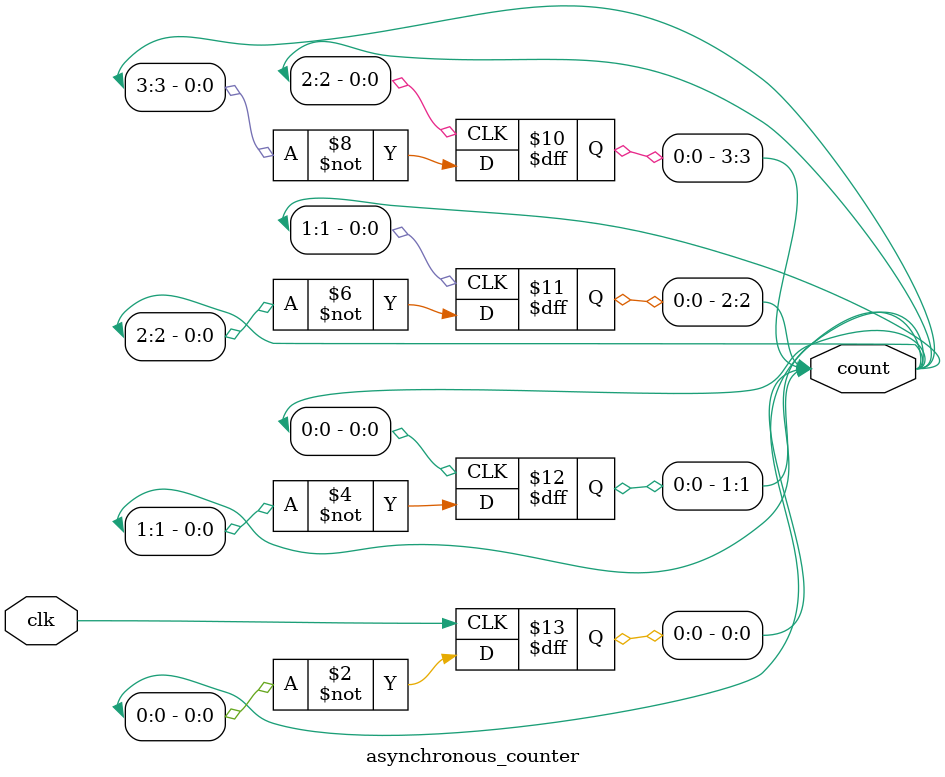
<source format=v>
module asynchronous_counter( clk, count );
input clk;
output[3:0] count;

reg[3:0] count;
wire clk;

initial
    count = 4'b0;

always @( negedge clk )
    count[0] <= ~count[0];

always @( negedge count[0] )
    count[1] <= ~count[1];

always @( negedge count[1] )
    count[2] <= ~count[2];

always @( negedge count[2] )
    count[3] <= ~count[3];

endmodule

</source>
